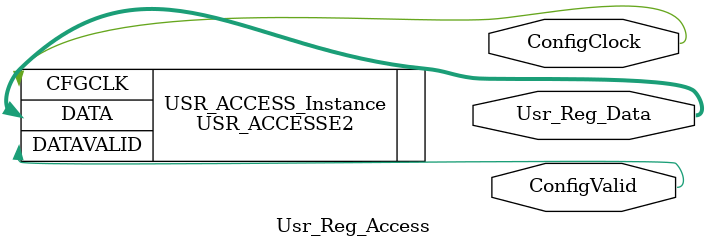
<source format=v>

`timescale 1 ns / 1 ps



module Usr_Reg_Access
(
  output wire [31:0] Usr_Reg_Data,         // output data from config area
  output wire ConfigClock,
  output wire ConfigValid
);

USR_ACCESSE2 USR_ACCESS_Instance 
(
  .CFGCLK(ConfigClock),
  .DATA(Usr_Reg_Data),
  .DATAVALID(ConfigValid)
);

endmodule

</source>
